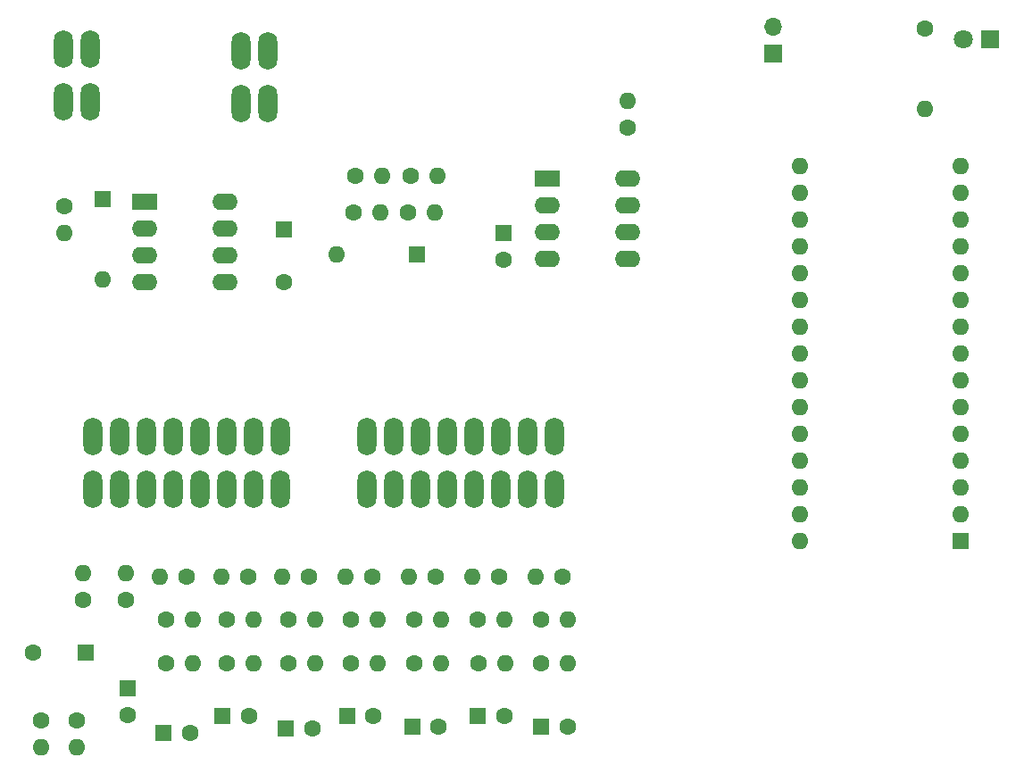
<source format=gbr>
%TF.GenerationSoftware,KiCad,Pcbnew,5.1.8-db9833491~88~ubuntu18.04.1*%
%TF.CreationDate,2021-11-07T22:26:50+01:00*%
%TF.ProjectId,MqttElecTinfo,4d717474-456c-4656-9354-696e666f2e6b,rev?*%
%TF.SameCoordinates,Original*%
%TF.FileFunction,Soldermask,Bot*%
%TF.FilePolarity,Negative*%
%FSLAX46Y46*%
G04 Gerber Fmt 4.6, Leading zero omitted, Abs format (unit mm)*
G04 Created by KiCad (PCBNEW 5.1.8-db9833491~88~ubuntu18.04.1) date 2021-11-07 22:26:50*
%MOMM*%
%LPD*%
G01*
G04 APERTURE LIST*
%ADD10O,1.600000X1.600000*%
%ADD11R,1.600000X1.600000*%
%ADD12C,1.600000*%
%ADD13O,1.800000X3.600000*%
%ADD14O,2.400000X1.600000*%
%ADD15R,2.400000X1.600000*%
%ADD16O,1.700000X1.700000*%
%ADD17R,1.700000X1.700000*%
%ADD18C,1.800000*%
%ADD19R,1.800000X1.800000*%
G04 APERTURE END LIST*
D10*
%TO.C,D2*%
X130000000Y-88620000D03*
D11*
X130000000Y-81000000D03*
%TD*%
D12*
%TO.C,C9*%
X174100000Y-131000000D03*
D11*
X171600000Y-131000000D03*
%TD*%
D12*
%TO.C,C8*%
X168100000Y-130000000D03*
D11*
X165600000Y-130000000D03*
%TD*%
D12*
%TO.C,C7*%
X161900000Y-131000000D03*
D11*
X159400000Y-131000000D03*
%TD*%
D12*
%TO.C,C6*%
X155700000Y-130000000D03*
D11*
X153200000Y-130000000D03*
%TD*%
D12*
%TO.C,C5*%
X149900000Y-131200000D03*
D11*
X147400000Y-131200000D03*
%TD*%
D12*
%TO.C,C4*%
X143900000Y-130000000D03*
D11*
X141400000Y-130000000D03*
%TD*%
D12*
%TO.C,C3*%
X138300000Y-131600000D03*
D11*
X135800000Y-131600000D03*
%TD*%
D10*
%TO.C,D3*%
X152180000Y-86200000D03*
D11*
X159800000Y-86200000D03*
%TD*%
D13*
%TO.C,X1*%
X145670000Y-71900000D03*
X145670000Y-66900000D03*
X143130000Y-71900000D03*
X143130000Y-66900000D03*
%TD*%
D14*
%TO.C,U2*%
X179820000Y-79000000D03*
X172200000Y-86620000D03*
X179820000Y-81540000D03*
X172200000Y-84080000D03*
X179820000Y-84080000D03*
X172200000Y-81540000D03*
X179820000Y-86620000D03*
D15*
X172200000Y-79000000D03*
%TD*%
D14*
%TO.C,U1*%
X141620000Y-81200000D03*
X134000000Y-88820000D03*
X141620000Y-83740000D03*
X134000000Y-86280000D03*
X141620000Y-86280000D03*
X134000000Y-83740000D03*
X141620000Y-88820000D03*
D15*
X134000000Y-81200000D03*
%TD*%
D10*
%TO.C,R32*%
X179800000Y-71660000D03*
D12*
X179800000Y-74200000D03*
%TD*%
D10*
%TO.C,R31*%
X161740000Y-78800000D03*
D12*
X159200000Y-78800000D03*
%TD*%
D10*
%TO.C,R30*%
X156540000Y-78800000D03*
D12*
X154000000Y-78800000D03*
%TD*%
D10*
%TO.C,R29*%
X161540000Y-82200000D03*
D12*
X159000000Y-82200000D03*
%TD*%
D10*
%TO.C,R28*%
X156340000Y-82200000D03*
D12*
X153800000Y-82200000D03*
%TD*%
D10*
%TO.C,R27*%
X126400000Y-84140000D03*
D12*
X126400000Y-81600000D03*
%TD*%
D10*
%TO.C,R26*%
X171060000Y-116800000D03*
D12*
X173600000Y-116800000D03*
%TD*%
D10*
%TO.C,R25*%
X165060000Y-116800000D03*
D12*
X167600000Y-116800000D03*
%TD*%
D10*
%TO.C,R24*%
X174140000Y-120800000D03*
D12*
X171600000Y-120800000D03*
%TD*%
D10*
%TO.C,R23*%
X174140000Y-125000000D03*
D12*
X171600000Y-125000000D03*
%TD*%
D10*
%TO.C,R22*%
X159060000Y-116800000D03*
D12*
X161600000Y-116800000D03*
%TD*%
D10*
%TO.C,R21*%
X168140000Y-120800000D03*
D12*
X165600000Y-120800000D03*
%TD*%
D10*
%TO.C,R20*%
X168200000Y-125000000D03*
D12*
X165660000Y-125000000D03*
%TD*%
D10*
%TO.C,R19*%
X153060000Y-116800000D03*
D12*
X155600000Y-116800000D03*
%TD*%
D10*
%TO.C,R18*%
X162140000Y-120800000D03*
D12*
X159600000Y-120800000D03*
%TD*%
D10*
%TO.C,R17*%
X162140000Y-125000000D03*
D12*
X159600000Y-125000000D03*
%TD*%
D10*
%TO.C,R16*%
X156140000Y-120800000D03*
D12*
X153600000Y-120800000D03*
%TD*%
D10*
%TO.C,R15*%
X156140000Y-125000000D03*
D12*
X153600000Y-125000000D03*
%TD*%
D10*
%TO.C,R14*%
X147060000Y-116800000D03*
D12*
X149600000Y-116800000D03*
%TD*%
D10*
%TO.C,R13*%
X141260000Y-116800000D03*
D12*
X143800000Y-116800000D03*
%TD*%
D10*
%TO.C,R12*%
X150140000Y-120800000D03*
D12*
X147600000Y-120800000D03*
%TD*%
D10*
%TO.C,R11*%
X150140000Y-125000000D03*
D12*
X147600000Y-125000000D03*
%TD*%
D10*
%TO.C,R10*%
X135460000Y-116800000D03*
D12*
X138000000Y-116800000D03*
%TD*%
D10*
%TO.C,R9*%
X144340000Y-120800000D03*
D12*
X141800000Y-120800000D03*
%TD*%
D10*
%TO.C,R8*%
X144340000Y-125000000D03*
D12*
X141800000Y-125000000D03*
%TD*%
D10*
%TO.C,R7*%
X208000000Y-72420000D03*
D12*
X208000000Y-64800000D03*
%TD*%
D10*
%TO.C,R6*%
X132200000Y-116460000D03*
D12*
X132200000Y-119000000D03*
%TD*%
D10*
%TO.C,R5*%
X138600000Y-120800000D03*
D12*
X136060000Y-120800000D03*
%TD*%
D10*
%TO.C,R4*%
X138540000Y-125000000D03*
D12*
X136000000Y-125000000D03*
%TD*%
D10*
%TO.C,R3*%
X128200000Y-116460000D03*
D12*
X128200000Y-119000000D03*
%TD*%
D10*
%TO.C,R2*%
X124200000Y-132940000D03*
D12*
X124200000Y-130400000D03*
%TD*%
D10*
%TO.C,R1*%
X127600000Y-132940000D03*
D12*
X127600000Y-130400000D03*
%TD*%
D16*
%TO.C,JP1*%
X193600000Y-64660000D03*
D17*
X193600000Y-67200000D03*
%TD*%
D13*
%TO.C,J3*%
X128870000Y-71700000D03*
X128870000Y-66700000D03*
X126330000Y-71700000D03*
X126330000Y-66700000D03*
%TD*%
%TO.C,J2*%
X172890000Y-108500000D03*
X172890000Y-103500000D03*
X170350000Y-108500000D03*
X170350000Y-103500000D03*
X167810000Y-108500000D03*
X167810000Y-103500000D03*
X165270000Y-108500000D03*
X165270000Y-103500000D03*
X162730000Y-108500000D03*
X162730000Y-103500000D03*
X160190000Y-108500000D03*
X160190000Y-103500000D03*
X157650000Y-108500000D03*
X157650000Y-103500000D03*
X155110000Y-108500000D03*
X155110000Y-103500000D03*
%TD*%
%TO.C,J1*%
X146890000Y-108500000D03*
X146890000Y-103500000D03*
X144350000Y-108500000D03*
X144350000Y-103500000D03*
X141810000Y-108500000D03*
X141810000Y-103500000D03*
X139270000Y-108500000D03*
X139270000Y-103500000D03*
X136730000Y-108500000D03*
X136730000Y-103500000D03*
X134190000Y-108500000D03*
X134190000Y-103500000D03*
X131650000Y-108500000D03*
X131650000Y-103500000D03*
X129110000Y-108500000D03*
X129110000Y-103500000D03*
%TD*%
D18*
%TO.C,D1*%
X211660000Y-65800000D03*
D19*
X214200000Y-65800000D03*
%TD*%
D12*
%TO.C,C11*%
X147200000Y-88800000D03*
D11*
X147200000Y-83800000D03*
%TD*%
D12*
%TO.C,C10*%
X168000000Y-86700000D03*
D11*
X168000000Y-84200000D03*
%TD*%
D12*
%TO.C,C2*%
X123400000Y-124000000D03*
D11*
X128400000Y-124000000D03*
%TD*%
D12*
%TO.C,C1*%
X132400000Y-129900000D03*
D11*
X132400000Y-127400000D03*
%TD*%
D10*
%TO.C,A1*%
X196160000Y-77840000D03*
X211400000Y-77840000D03*
X196160000Y-113400000D03*
X211400000Y-80380000D03*
X196160000Y-110860000D03*
X211400000Y-82920000D03*
X196160000Y-108320000D03*
X211400000Y-85460000D03*
X196160000Y-105780000D03*
X211400000Y-88000000D03*
X196160000Y-103240000D03*
X211400000Y-90540000D03*
X196160000Y-100700000D03*
X211400000Y-93080000D03*
X196160000Y-98160000D03*
X211400000Y-95620000D03*
X196160000Y-95620000D03*
X211400000Y-98160000D03*
X196160000Y-93080000D03*
X211400000Y-100700000D03*
X196160000Y-90540000D03*
X211400000Y-103240000D03*
X196160000Y-88000000D03*
X211400000Y-105780000D03*
X196160000Y-85460000D03*
X211400000Y-108320000D03*
X196160000Y-82920000D03*
X211400000Y-110860000D03*
X196160000Y-80380000D03*
D11*
X211400000Y-113400000D03*
%TD*%
M02*

</source>
